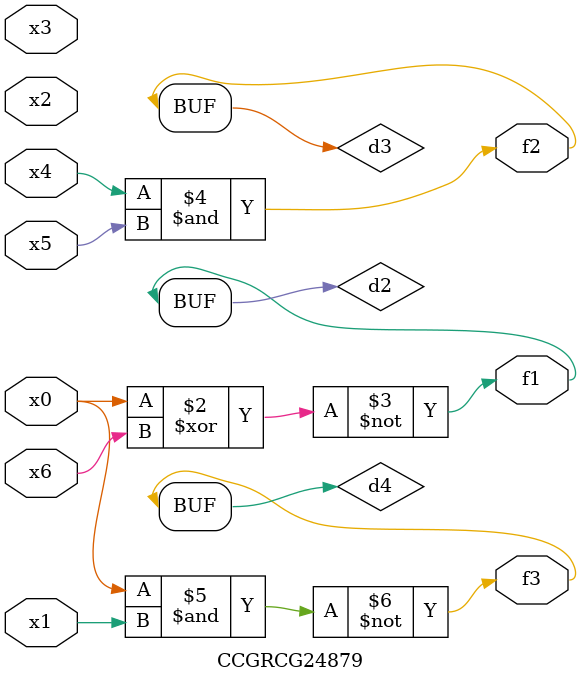
<source format=v>
module CCGRCG24879(
	input x0, x1, x2, x3, x4, x5, x6,
	output f1, f2, f3
);

	wire d1, d2, d3, d4;

	nor (d1, x0);
	xnor (d2, x0, x6);
	and (d3, x4, x5);
	nand (d4, x0, x1);
	assign f1 = d2;
	assign f2 = d3;
	assign f3 = d4;
endmodule

</source>
